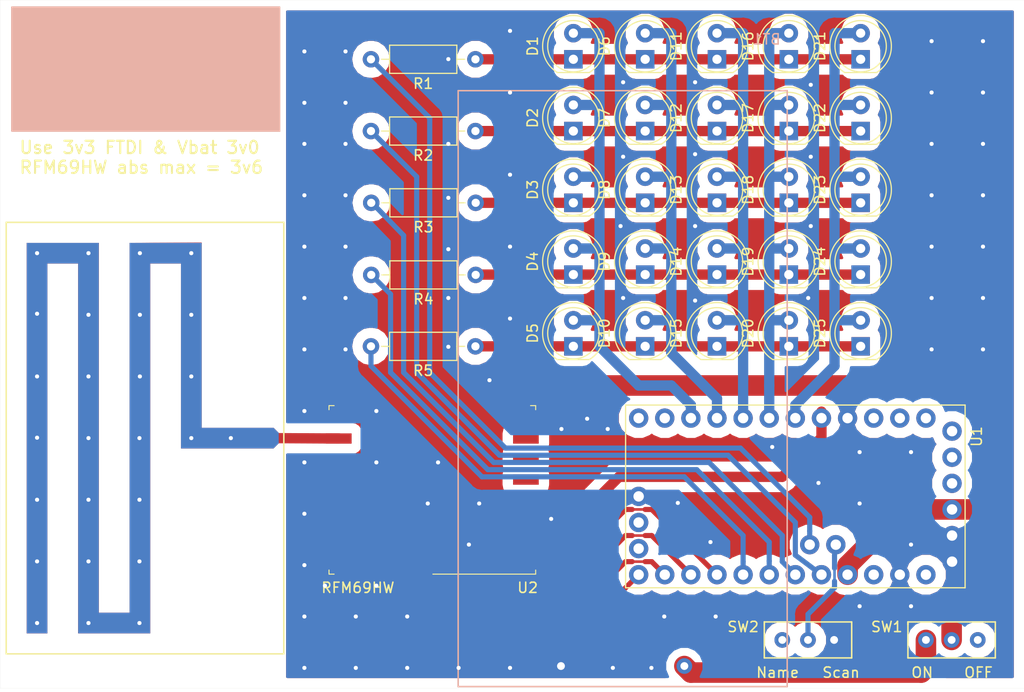
<source format=kicad_pcb>
(kicad_pcb (version 20171130) (host pcbnew "(5.0.2-5)-5")
  (layers (0 F.Cu signal) (31 B.Cu signal) (34 B.Paste user) (35 F.Paste user) (36 B.SilkS user) (37 F.SilkS user) (38 B.Mask user) (39 F.Mask user) (44 Edge.Cuts user))
  (net 0 "")
  (net 1 Col_1)
  (net 2 Row_1)
  (net 3 Row_2)
  (net 4 Row_3)
  (net 5 Row_4)
  (net 6 Col_2)
  (net 7 Col_3)
  (net 8 Col_4)
  (net 9 "Net-(D1-Pad1)")
  (net 10 "Net-(D12-Pad1)")
  (net 11 "Net-(D13-Pad1)")
  (net 12 "Net-(D14-Pad1)")
  (net 13 "Net-(D10-Pad1)")
  (net 14 Col_0)
  (net 15 Row_0)
  (net 16 INT_0)
  (net 17 MOSI)
  (net 18 MISO)
  (net 19 SCK)
  (net 20 NSS)
  (net 21 "Net-(AE1-Pad1)")
  (net 22 GND)
  (net 23 3v0)
  (net 24 Scan)
  (net 25 "Net-(BT1-Pad1)")
  (module bee-badge-libraries:ti-868-antenna-meander (layer F.Cu) (at 100 61.635 90)
    (fp_text reference AE1 hide)
    (fp_text value Antenna hide)
    (fp_poly (pts (xy 18.5 -9) (xy -17 -9) (xy -17 -6) (xy 19 -6) (xy 19.034 1) (xy 1 1) (xy 1 8) (xy 0.5 8.5) (xy -0.5 8.5) (xy -1 8) (xy -1 -1) (xy 17 -1) (xy 17 -4) (xy -19 -4) (xy -19 -11) (xy 17 -11) (xy 17 -14) (xy -19 -14) (xy -19 -16) (xy 19 -16) (xy 19 -9)) (layer F.Cu) (width 0.01))
    (fp_poly (pts (xy 18.5 -9) (xy -17 -9) (xy -17 -6) (xy 19 -6) (xy 19 1) (xy 1 1) (xy 1 8) (xy 0.5 8.5) (xy -0.5 8.5) (xy -1 8) (xy -1 -1) (xy 17 -1) (xy 17 -4) (xy -19 -4) (xy -19 -11) (xy 17 -11) (xy 17 -14) (xy -19 -14) (xy -19 -16) (xy 19 -16) (xy 19 -9)) (layer B.Cu) (width 0.01))
    (pad 1 smd circle (at 0 7 90) (size 1.524 1.524) (layers F.Cu F.Paste F.Mask) (net 21 "Net-(AE1-Pad1)"))
  )
  (module Resistor_THT:R_Axial_DIN0207_L6.3mm_D2.5mm_P10.16mm_Horizontal (layer F.Cu) (at 127.66 45.75 180)
    (fp_text reference R4 (at 5.08 -2.37 180) (layer F.SilkS))
    (fp_text value 100R)
    (pad 2 thru_hole oval (at 10.16 0 180) (size 1.6 1.6) (drill 0.8) (layers *.Cu *.Mask) (net 4 Row_3))
    (pad 1 thru_hole circle (at 0 0 180) (size 1.6 1.6) (drill 0.8) (layers *.Cu *.Mask) (net 12 "Net-(D14-Pad1)"))
  )
  (module RF_Module:HOPERF_RFM69HW (layer F.Cu) (at 123.444 66.675 180)
    (fp_text reference U2 (at -9.271 -9.525 180) (layer F.SilkS))
    (fp_text value RFM69HW (at 7.239 -9.525 180) (layer F.SilkS))
    (pad 1 smd rect (at -9.1 -7 180) (size 2.5 1) (layers F.Cu F.Paste F.Mask))
    (pad 2 smd rect (at -9.1 -5 180) (size 2.5 1) (layers F.Cu F.Paste F.Mask) (net 16 INT_0))
    (pad 3 smd rect (at -9.1 -3 180) (size 2.5 1) (layers F.Cu F.Paste F.Mask))
    (pad 4 smd rect (at -9.1 -1 180) (size 2.5 1) (layers F.Cu F.Paste F.Mask))
    (pad 5 smd rect (at -9.1 1 180) (size 2.5 1) (layers F.Cu F.Paste F.Mask))
    (pad 6 smd rect (at -9.1 3 180) (size 2.5 1) (layers F.Cu F.Paste F.Mask))
    (pad 7 smd rect (at -9.1 5 180) (size 2.5 1) (layers F.Cu F.Paste F.Mask))
    (pad 8 smd rect (at -9.1 7 180) (size 2.5 1) (layers F.Cu F.Paste F.Mask) (net 23 3v0))
    (pad 9 smd rect (at 9.1 7 180) (size 2.5 1) (layers F.Cu F.Paste F.Mask) (net 22 GND))
    (pad 10 smd rect (at 9.1 5 180) (size 2.5 1) (layers F.Cu F.Paste F.Mask) (net 21 "Net-(AE1-Pad1)"))
    (pad 11 smd rect (at 9.1 3 180) (size 2.5 1) (layers F.Cu F.Paste F.Mask) (net 22 GND))
    (pad 12 smd rect (at 9.1 1 180) (size 2.5 1) (layers F.Cu F.Paste F.Mask) (net 19 SCK))
    (pad 13 smd rect (at 9.1 -1 180) (size 2.5 1) (layers F.Cu F.Paste F.Mask) (net 18 MISO))
    (pad 14 smd rect (at 9.1 -3 180) (size 2.5 1) (layers F.Cu F.Paste F.Mask) (net 17 MOSI))
    (pad 15 smd rect (at 9.1 -5 180) (size 2.5 1) (layers F.Cu F.Paste F.Mask) (net 20 NSS))
    (pad 16 smd rect (at 9.1 -7 180) (size 2.5 1) (layers F.Cu F.Paste F.Mask))
  )
  (module LED_THT:LED_D5.0mm (layer F.Cu) (at 137.16 24.765 90)
    (fp_text reference D1 (at 1.27 -3.96 90) (layer F.SilkS))
    (fp_text value LED)
    (pad 2 thru_hole circle (at 2.54 0 90) (size 1.8 1.8) (drill 0.9) (layers *.Cu *.Mask) (net 8 Col_4))
    (pad 1 thru_hole rect (at 0 0 90) (size 1.8 1.8) (drill 0.9) (layers *.Cu *.Mask) (net 9 "Net-(D1-Pad1)"))
  )
  (module LED_THT:LED_D5.0mm (layer F.Cu) (at 137.16 31.75 90)
    (fp_text reference D2 (at 1.27 -3.96 90) (layer F.SilkS))
    (fp_text value LED)
    (pad 2 thru_hole circle (at 2.54 0 90) (size 1.8 1.8) (drill 0.9) (layers *.Cu *.Mask) (net 8 Col_4))
    (pad 1 thru_hole rect (at 0 0 90) (size 1.8 1.8) (drill 0.9) (layers *.Cu *.Mask) (net 10 "Net-(D12-Pad1)"))
  )
  (module LED_THT:LED_D5.0mm (layer F.Cu) (at 137.16 38.735 90)
    (fp_text reference D3 (at 1.27 -3.96 90) (layer F.SilkS))
    (fp_text value LED)
    (pad 2 thru_hole circle (at 2.54 0 90) (size 1.8 1.8) (drill 0.9) (layers *.Cu *.Mask) (net 8 Col_4))
    (pad 1 thru_hole rect (at 0 0 90) (size 1.8 1.8) (drill 0.9) (layers *.Cu *.Mask) (net 11 "Net-(D13-Pad1)"))
  )
  (module LED_THT:LED_D5.0mm (layer F.Cu) (at 137.16 45.72 90)
    (fp_text reference D4 (at 1.27 -3.96 90) (layer F.SilkS))
    (fp_text value LED)
    (pad 2 thru_hole circle (at 2.54 0 90) (size 1.8 1.8) (drill 0.9) (layers *.Cu *.Mask) (net 8 Col_4))
    (pad 1 thru_hole rect (at 0 0 90) (size 1.8 1.8) (drill 0.9) (layers *.Cu *.Mask) (net 12 "Net-(D14-Pad1)"))
  )
  (module LED_THT:LED_D5.0mm (layer F.Cu) (at 137.16 52.705 90)
    (fp_text reference D5 (at 1.27 -3.96 90) (layer F.SilkS))
    (fp_text value LED)
    (pad 2 thru_hole circle (at 2.54 0 90) (size 1.8 1.8) (drill 0.9) (layers *.Cu *.Mask) (net 8 Col_4))
    (pad 1 thru_hole rect (at 0 0 90) (size 1.8 1.8) (drill 0.9) (layers *.Cu *.Mask) (net 13 "Net-(D10-Pad1)"))
  )
  (module LED_THT:LED_D5.0mm (layer F.Cu) (at 144.145 24.765 90)
    (fp_text reference D6 (at 1.27 -3.96 90) (layer F.SilkS))
    (fp_text value LED)
    (pad 2 thru_hole circle (at 2.54 0 90) (size 1.8 1.8) (drill 0.9) (layers *.Cu *.Mask) (net 7 Col_3))
    (pad 1 thru_hole rect (at 0 0 90) (size 1.8 1.8) (drill 0.9) (layers *.Cu *.Mask) (net 9 "Net-(D1-Pad1)"))
  )
  (module LED_THT:LED_D5.0mm (layer F.Cu) (at 144.145 31.75 90)
    (fp_text reference D7 (at 1.27 -3.96 90) (layer F.SilkS))
    (fp_text value LED)
    (pad 2 thru_hole circle (at 2.54 0 90) (size 1.8 1.8) (drill 0.9) (layers *.Cu *.Mask) (net 7 Col_3))
    (pad 1 thru_hole rect (at 0 0 90) (size 1.8 1.8) (drill 0.9) (layers *.Cu *.Mask) (net 10 "Net-(D12-Pad1)"))
  )
  (module LED_THT:LED_D5.0mm (layer F.Cu) (at 144.145 38.735 90)
    (fp_text reference D8 (at 1.27 -3.96 90) (layer F.SilkS))
    (fp_text value LED)
    (pad 2 thru_hole circle (at 2.54 0 90) (size 1.8 1.8) (drill 0.9) (layers *.Cu *.Mask) (net 7 Col_3))
    (pad 1 thru_hole rect (at 0 0 90) (size 1.8 1.8) (drill 0.9) (layers *.Cu *.Mask) (net 11 "Net-(D13-Pad1)"))
  )
  (module LED_THT:LED_D5.0mm (layer F.Cu) (at 144.145 45.72 90)
    (fp_text reference D9 (at 1.27 -3.96 90) (layer F.SilkS))
    (fp_text value LED)
    (pad 2 thru_hole circle (at 2.54 0 90) (size 1.8 1.8) (drill 0.9) (layers *.Cu *.Mask) (net 7 Col_3))
    (pad 1 thru_hole rect (at 0 0 90) (size 1.8 1.8) (drill 0.9) (layers *.Cu *.Mask) (net 12 "Net-(D14-Pad1)"))
  )
  (module LED_THT:LED_D5.0mm (layer F.Cu) (at 144.145 52.705 90)
    (fp_text reference D10 (at 1.27 -3.96 90) (layer F.SilkS))
    (fp_text value LED)
    (pad 2 thru_hole circle (at 2.54 0 90) (size 1.8 1.8) (drill 0.9) (layers *.Cu *.Mask) (net 7 Col_3))
    (pad 1 thru_hole rect (at 0 0 90) (size 1.8 1.8) (drill 0.9) (layers *.Cu *.Mask) (net 13 "Net-(D10-Pad1)"))
  )
  (module LED_THT:LED_D5.0mm (layer F.Cu) (at 151.13 24.765 90)
    (fp_text reference D11 (at 1.27 -3.96 90) (layer F.SilkS))
    (fp_text value LED)
    (pad 2 thru_hole circle (at 2.54 0 90) (size 1.8 1.8) (drill 0.9) (layers *.Cu *.Mask) (net 6 Col_2))
    (pad 1 thru_hole rect (at 0 0 90) (size 1.8 1.8) (drill 0.9) (layers *.Cu *.Mask) (net 9 "Net-(D1-Pad1)"))
  )
  (module LED_THT:LED_D5.0mm (layer F.Cu) (at 151.13 31.75 90)
    (fp_text reference D12 (at 1.27 -3.96 90) (layer F.SilkS))
    (fp_text value LED)
    (pad 2 thru_hole circle (at 2.54 0 90) (size 1.8 1.8) (drill 0.9) (layers *.Cu *.Mask) (net 6 Col_2))
    (pad 1 thru_hole rect (at 0 0 90) (size 1.8 1.8) (drill 0.9) (layers *.Cu *.Mask) (net 10 "Net-(D12-Pad1)"))
  )
  (module LED_THT:LED_D5.0mm (layer F.Cu) (at 151.13 38.735 90)
    (fp_text reference D13 (at 1.27 -3.96 90) (layer F.SilkS))
    (fp_text value LED)
    (pad 2 thru_hole circle (at 2.54 0 90) (size 1.8 1.8) (drill 0.9) (layers *.Cu *.Mask) (net 6 Col_2))
    (pad 1 thru_hole rect (at 0 0 90) (size 1.8 1.8) (drill 0.9) (layers *.Cu *.Mask) (net 11 "Net-(D13-Pad1)"))
  )
  (module LED_THT:LED_D5.0mm (layer F.Cu) (at 151.13 45.72 90)
    (fp_text reference D14 (at 1.27 -3.96 90) (layer F.SilkS))
    (fp_text value LED)
    (pad 2 thru_hole circle (at 2.54 0 90) (size 1.8 1.8) (drill 0.9) (layers *.Cu *.Mask) (net 6 Col_2))
    (pad 1 thru_hole rect (at 0 0 90) (size 1.8 1.8) (drill 0.9) (layers *.Cu *.Mask) (net 12 "Net-(D14-Pad1)"))
  )
  (module LED_THT:LED_D5.0mm (layer F.Cu) (at 151.13 52.705 90)
    (fp_text reference D15 (at 1.27 -3.96 90) (layer F.SilkS))
    (fp_text value LED)
    (pad 2 thru_hole circle (at 2.54 0 90) (size 1.8 1.8) (drill 0.9) (layers *.Cu *.Mask) (net 6 Col_2))
    (pad 1 thru_hole rect (at 0 0 90) (size 1.8 1.8) (drill 0.9) (layers *.Cu *.Mask) (net 13 "Net-(D10-Pad1)"))
  )
  (module LED_THT:LED_D5.0mm (layer F.Cu) (at 158.115 24.765 90)
    (fp_text reference D16 (at 1.27 -3.96 90) (layer F.SilkS))
    (fp_text value LED)
    (pad 2 thru_hole circle (at 2.54 0 90) (size 1.8 1.8) (drill 0.9) (layers *.Cu *.Mask) (net 1 Col_1))
    (pad 1 thru_hole rect (at 0 0 90) (size 1.8 1.8) (drill 0.9) (layers *.Cu *.Mask) (net 9 "Net-(D1-Pad1)"))
  )
  (module LED_THT:LED_D5.0mm (layer F.Cu) (at 158.115 31.75 90)
    (fp_text reference D17 (at 1.27 -3.96 90) (layer F.SilkS))
    (fp_text value LED)
    (pad 2 thru_hole circle (at 2.54 0 90) (size 1.8 1.8) (drill 0.9) (layers *.Cu *.Mask) (net 1 Col_1))
    (pad 1 thru_hole rect (at 0 0 90) (size 1.8 1.8) (drill 0.9) (layers *.Cu *.Mask) (net 10 "Net-(D12-Pad1)"))
  )
  (module LED_THT:LED_D5.0mm (layer F.Cu) (at 158.115 38.735 90)
    (fp_text reference D18 (at 1.27 -3.96 90) (layer F.SilkS))
    (fp_text value LED)
    (pad 2 thru_hole circle (at 2.54 0 90) (size 1.8 1.8) (drill 0.9) (layers *.Cu *.Mask) (net 1 Col_1))
    (pad 1 thru_hole rect (at 0 0 90) (size 1.8 1.8) (drill 0.9) (layers *.Cu *.Mask) (net 11 "Net-(D13-Pad1)"))
  )
  (module LED_THT:LED_D5.0mm (layer F.Cu) (at 158.115 45.72 90)
    (fp_text reference D19 (at 1.27 -3.96 90) (layer F.SilkS))
    (fp_text value LED)
    (pad 2 thru_hole circle (at 2.54 0 90) (size 1.8 1.8) (drill 0.9) (layers *.Cu *.Mask) (net 1 Col_1))
    (pad 1 thru_hole rect (at 0 0 90) (size 1.8 1.8) (drill 0.9) (layers *.Cu *.Mask) (net 12 "Net-(D14-Pad1)"))
  )
  (module LED_THT:LED_D5.0mm (layer F.Cu) (at 158.115 52.705 90)
    (fp_text reference D20 (at 1.27 -3.96 90) (layer F.SilkS))
    (fp_text value LED)
    (pad 2 thru_hole circle (at 2.54 0 90) (size 1.8 1.8) (drill 0.9) (layers *.Cu *.Mask) (net 1 Col_1))
    (pad 1 thru_hole rect (at 0 0 90) (size 1.8 1.8) (drill 0.9) (layers *.Cu *.Mask) (net 13 "Net-(D10-Pad1)"))
  )
  (module LED_THT:LED_D5.0mm (layer F.Cu) (at 165.1 24.765 90)
    (fp_text reference D21 (at 1.27 -3.96 90) (layer F.SilkS))
    (fp_text value LED)
    (pad 2 thru_hole circle (at 2.54 0 90) (size 1.8 1.8) (drill 0.9) (layers *.Cu *.Mask) (net 14 Col_0))
    (pad 1 thru_hole rect (at 0 0 90) (size 1.8 1.8) (drill 0.9) (layers *.Cu *.Mask) (net 9 "Net-(D1-Pad1)"))
  )
  (module LED_THT:LED_D5.0mm (layer F.Cu) (at 165.1 31.75 90)
    (fp_text reference D22 (at 1.27 -3.96 90) (layer F.SilkS))
    (fp_text value LED)
    (pad 2 thru_hole circle (at 2.54 0 90) (size 1.8 1.8) (drill 0.9) (layers *.Cu *.Mask) (net 14 Col_0))
    (pad 1 thru_hole rect (at 0 0 90) (size 1.8 1.8) (drill 0.9) (layers *.Cu *.Mask) (net 10 "Net-(D12-Pad1)"))
  )
  (module LED_THT:LED_D5.0mm (layer F.Cu) (at 165.1 38.735 90)
    (fp_text reference D23 (at 1.27 -3.96 90) (layer F.SilkS))
    (fp_text value LED)
    (pad 2 thru_hole circle (at 2.54 0 90) (size 1.8 1.8) (drill 0.9) (layers *.Cu *.Mask) (net 14 Col_0))
    (pad 1 thru_hole rect (at 0 0 90) (size 1.8 1.8) (drill 0.9) (layers *.Cu *.Mask) (net 11 "Net-(D13-Pad1)"))
  )
  (module LED_THT:LED_D5.0mm (layer F.Cu) (at 165.1 45.72 90)
    (fp_text reference D24 (at 1.27 -3.96 90) (layer F.SilkS))
    (fp_text value LED)
    (pad 2 thru_hole circle (at 2.54 0 90) (size 1.8 1.8) (drill 0.9) (layers *.Cu *.Mask) (net 14 Col_0))
    (pad 1 thru_hole rect (at 0 0 90) (size 1.8 1.8) (drill 0.9) (layers *.Cu *.Mask) (net 12 "Net-(D14-Pad1)"))
  )
  (module LED_THT:LED_D5.0mm (layer F.Cu) (at 165.1 52.705 90)
    (fp_text reference D25 (at 1.27 -3.96 90) (layer F.SilkS))
    (fp_text value LED)
    (pad 2 thru_hole circle (at 2.54 0 90) (size 1.8 1.8) (drill 0.9) (layers *.Cu *.Mask) (net 14 Col_0))
    (pad 1 thru_hole rect (at 0 0 90) (size 1.8 1.8) (drill 0.9) (layers *.Cu *.Mask) (net 13 "Net-(D10-Pad1)"))
  )
  (module Resistor_THT:R_Axial_DIN0207_L6.3mm_D2.5mm_P10.16mm_Horizontal (layer F.Cu) (at 127.635 24.765 180)
    (fp_text reference R1 (at 5.08 -2.37 180) (layer F.SilkS))
    (fp_text value 100R)
    (pad 2 thru_hole oval (at 10.16 0 180) (size 1.6 1.6) (drill 0.8) (layers *.Cu *.Mask) (net 15 Row_0))
    (pad 1 thru_hole circle (at 0 0 180) (size 1.6 1.6) (drill 0.8) (layers *.Cu *.Mask) (net 9 "Net-(D1-Pad1)"))
  )
  (module Resistor_THT:R_Axial_DIN0207_L6.3mm_D2.5mm_P10.16mm_Horizontal (layer F.Cu) (at 127.635 31.75 180)
    (fp_text reference R2 (at 5.08 -2.37 180) (layer F.SilkS))
    (fp_text value 100R)
    (pad 2 thru_hole oval (at 10.16 0 180) (size 1.6 1.6) (drill 0.8) (layers *.Cu *.Mask) (net 2 Row_1))
    (pad 1 thru_hole circle (at 0 0 180) (size 1.6 1.6) (drill 0.8) (layers *.Cu *.Mask) (net 10 "Net-(D12-Pad1)"))
  )
  (module Resistor_THT:R_Axial_DIN0207_L6.3mm_D2.5mm_P10.16mm_Horizontal (layer F.Cu) (at 127.66 38.735 180)
    (fp_text reference R3 (at 5.08 -2.37 180) (layer F.SilkS))
    (fp_text value 100R)
    (pad 2 thru_hole oval (at 10.16 0 180) (size 1.6 1.6) (drill 0.8) (layers *.Cu *.Mask) (net 3 Row_2))
    (pad 1 thru_hole circle (at 0 0 180) (size 1.6 1.6) (drill 0.8) (layers *.Cu *.Mask) (net 11 "Net-(D13-Pad1)"))
  )
  (module Resistor_THT:R_Axial_DIN0207_L6.3mm_D2.5mm_P10.16mm_Horizontal (layer F.Cu) (at 127.635 52.705 180)
    (fp_text reference R5 (at 5.08 -2.37 180) (layer F.SilkS))
    (fp_text value 100R)
    (pad 2 thru_hole oval (at 10.16 0 180) (size 1.6 1.6) (drill 0.8) (layers *.Cu *.Mask) (net 5 Row_4))
    (pad 1 thru_hole circle (at 0 0 180) (size 1.6 1.6) (drill 0.8) (layers *.Cu *.Mask) (net 13 "Net-(D10-Pad1)"))
  )
  (module bee-badge-libraries:SS12D00G4_spdt (layer F.Cu) (at 173.95 81.28)
    (fp_text reference SW1 (at -6.31 -1.27) (layer F.SilkS))
    (fp_text value "ON    OFF" (at 0.04 3.175) (layer F.SilkS))
    (pad 3 thru_hole circle (at 2.54 0) (size 1.524 1.524) (drill 0.762) (layers *.Cu *.Mask))
    (pad 2 thru_hole circle (at 0 0) (size 1.524 1.524) (drill 0.762) (layers *.Cu *.Mask) (net 23 3v0))
    (pad 1 thru_hole circle (at -2.5 0) (size 1.524 1.524) (drill 0.762) (layers *.Cu *.Mask) (net 25 "Net-(BT1-Pad1)"))
  )
  (module bee-badge-libraries:SS12D00G4_spdt (layer F.Cu) (at 159.98 81.28)
    (fp_text reference SW2 (at -6.31 -1.27) (layer F.SilkS))
    (fp_text value "Name   Scan" (at 0 3.175) (layer F.SilkS))
    (pad 3 thru_hole circle (at 2.54 0) (size 1.524 1.524) (drill 0.762) (layers *.Cu *.Mask) (net 22 GND))
    (pad 2 thru_hole circle (at 0 0) (size 1.524 1.524) (drill 0.762) (layers *.Cu *.Mask) (net 24 Scan))
    (pad 1 thru_hole circle (at -2.5 0) (size 1.524 1.524) (drill 0.762) (layers *.Cu *.Mask))
  )
  (module bee-badge-libraries:2xAA_Battery_Holder_PCB_Mount (layer B.Cu) (at 141.955 85.82 180)
    (fp_text reference BT1 (at -14 63 180) (layer B.SilkS) (effects (justify mirror)))
    (fp_text value "2xAA, 3v0")
    (pad 2 thru_hole circle (at 6 2 180) (size 1.524 1.524) (drill 0.762) (layers *.Cu *.Mask) (net 22 GND))
    (pad 1 thru_hole circle (at -6 2 180) (size 1.524 1.524) (drill 0.762) (layers *.Cu *.Mask) (net 25 "Net-(BT1-Pad1)"))
  )
  (module bee-badge-libraries:MODULE_ARDUINO_PRO_MINI_CHINA (layer F.Cu) (at 158.75 67.31 270)
    (fp_text reference U1 (at -5.825 -17.635 270) (layer F.SilkS))
    (fp_text value ARDUINO_PRO_MINI)
    (pad JP7_12 thru_hole circle (at -7.62 -12.7 270) (size 1.8796 1.8796) (drill 1.016) (layers *.Cu *.Mask))
    (pad JP7_11 thru_hole circle (at -7.62 -10.16 270) (size 1.8796 1.8796) (drill 1.016) (layers *.Cu *.Mask))
    (pad JP7_10 thru_hole circle (at -7.62 -7.62 270) (size 1.8796 1.8796) (drill 1.016) (layers *.Cu *.Mask))
    (pad JP7_9 thru_hole circle (at -7.62 -5.08 270) (size 1.8796 1.8796) (drill 1.016) (layers *.Cu *.Mask) (net 22 GND))
    (pad JP7_8 thru_hole circle (at -7.62 -2.54 270) (size 1.8796 1.8796) (drill 1.016) (layers *.Cu *.Mask) (net 16 INT_0))
    (pad JP7_7 thru_hole circle (at -7.62 0 270) (size 1.8796 1.8796) (drill 1.016) (layers *.Cu *.Mask) (net 14 Col_0))
    (pad JP7_6 thru_hole circle (at -7.62 2.54 270) (size 1.8796 1.8796) (drill 1.016) (layers *.Cu *.Mask) (net 1 Col_1))
    (pad JP7_5 thru_hole circle (at -7.62 5.08 270) (size 1.8796 1.8796) (drill 1.016) (layers *.Cu *.Mask) (net 6 Col_2))
    (pad JP7_4 thru_hole circle (at -7.62 7.62 270) (size 1.8796 1.8796) (drill 1.016) (layers *.Cu *.Mask) (net 7 Col_3))
    (pad JP7_3 thru_hole circle (at -7.62 10.16 270) (size 1.8796 1.8796) (drill 1.016) (layers *.Cu *.Mask) (net 8 Col_4))
    (pad JP7_2 thru_hole circle (at -7.62 12.7 270) (size 1.8796 1.8796) (drill 1.016) (layers *.Cu *.Mask))
    (pad JP7_1 thru_hole circle (at -7.62 15.24 270) (size 1.8796 1.8796) (drill 1.016) (layers *.Cu *.Mask))
    (pad JP6_12 thru_hole circle (at 7.62 15.24 270) (size 1.8796 1.8796) (drill 1.016) (layers *.Cu *.Mask) (net 20 NSS))
    (pad JP6_11 thru_hole circle (at 7.62 12.7 270) (size 1.8796 1.8796) (drill 1.016) (layers *.Cu *.Mask) (net 17 MOSI))
    (pad JP6_10 thru_hole circle (at 7.62 10.16 270) (size 1.8796 1.8796) (drill 1.016) (layers *.Cu *.Mask) (net 18 MISO))
    (pad JP6_9 thru_hole circle (at 7.62 7.62 270) (size 1.8796 1.8796) (drill 1.016) (layers *.Cu *.Mask) (net 19 SCK))
    (pad JP6_8 thru_hole circle (at 7.62 5.08 270) (size 1.8796 1.8796) (drill 1.016) (layers *.Cu *.Mask) (net 5 Row_4))
    (pad JP6_7 thru_hole circle (at 7.62 2.54 270) (size 1.8796 1.8796) (drill 1.016) (layers *.Cu *.Mask) (net 4 Row_3))
    (pad JP6_6 thru_hole circle (at 7.62 0 270) (size 1.8796 1.8796) (drill 1.016) (layers *.Cu *.Mask) (net 3 Row_2))
    (pad JP6_5 thru_hole circle (at 7.62 -2.54 270) (size 1.8796 1.8796) (drill 1.016) (layers *.Cu *.Mask) (net 2 Row_1))
    (pad JP6_4 thru_hole circle (at 7.62 -5.08 270) (size 1.8796 1.8796) (drill 1.016) (layers *.Cu *.Mask) (net 23 3v0))
    (pad JP6_3 thru_hole circle (at 7.62 -7.62 270) (size 1.8796 1.8796) (drill 1.016) (layers *.Cu *.Mask))
    (pad JP6_2 thru_hole circle (at 7.62 -10.16 270) (size 1.8796 1.8796) (drill 1.016) (layers *.Cu *.Mask) (net 22 GND))
    (pad JP6_1 thru_hole circle (at 7.62 -12.7 270) (size 1.8796 1.8796) (drill 1.016) (layers *.Cu *.Mask))
    (pad JP3_1 thru_hole circle (at 2.54 15.24 270) (size 1.8796 1.8796) (drill 1.016) (layers *.Cu *.Mask))
    (pad JP3_2 thru_hole circle (at 5.08 15.24 270) (size 1.8796 1.8796) (drill 1.016) (layers *.Cu *.Mask))
    (pad JP2_2 thru_hole circle (at 4.699 -3.937 270) (size 1.8796 1.8796) (drill 1.016) (layers *.Cu *.Mask) (net 24 Scan))
    (pad JP2_1 thru_hole circle (at 4.699 -1.397 270) (size 1.8796 1.8796) (drill 1.016) (layers *.Cu *.Mask) (net 15 Row_0))
    (pad JP1_6 thru_hole circle (at 6.35 -15.24 270) (size 1.8796 1.8796) (drill 1.016) (layers *.Cu *.Mask) (net 22 GND))
    (pad JP1_5 thru_hole circle (at 3.81 -15.24 270) (size 1.8796 1.8796) (drill 1.016) (layers *.Cu *.Mask) (net 22 GND))
    (pad JP1_4 thru_hole circle (at 1.27 -15.24 270) (size 1.8796 1.8796) (drill 1.016) (layers *.Cu *.Mask) (net 23 3v0))
    (pad JP1_3 thru_hole circle (at -1.27 -15.24 270) (size 1.8796 1.8796) (drill 1.016) (layers *.Cu *.Mask))
    (pad JP1_2 thru_hole circle (at -3.81 -15.24 270) (size 1.8796 1.8796) (drill 1.016) (layers *.Cu *.Mask))
    (pad JP1_1 thru_hole circle (at -6.35 -15.24 270) (size 1.8796 1.8796) (drill 1.016) (layers *.Cu *.Mask))
    (pad JP1_6 thru_hole circle (at 0 15.24 270) (size 1.8796 1.8796) (drill 1.016) (layers *.Cu *.Mask) (net 22 GND))
  )
  (gr_text "For programming:\n\nUse 3v3 FTDI & Vbat 3v0\nRFM69HW abs max = 3v6" (at 83.185 32.385) (layer F.SilkS) (effects (font (size 1.2 1.2) (thickness 0.2)) (justify left)))
  (gr_poly (pts (xy 82.55 19.685) (xy 108.585 19.685) (xy 108.585 31.75) (xy 82.55 31.75)) (layer B.SilkS) (width 0.15))
  (gr_text "Bee-Finder Mrk1\nThe Evil Plan Continues…" (at 83.185 22.86) (layer F.SilkS) (effects (font (size 1.2 1.2) (thickness 0.2)) (justify left)))
  (gr_line (start 81.4 86) (end 81.4 19) (layer Edge.Cuts) (width 0.01))
  (gr_line (start 181 86) (end 81.4 86) (layer Edge.Cuts) (width 0.01))
  (gr_line (start 181 19) (end 181 86) (layer Edge.Cuts) (width 0.01))
  (gr_line (start 81.4 19) (end 181 19) (layer Edge.Cuts) (width 0.01))
  (via (at 103.847643 61.635) (size 0.8) (drill 0.4) (layers F.Cu B.Cu) (net 0))
  (via (at 100 61.635) (size 0.8) (drill 0.4) (layers F.Cu B.Cu) (net 0))
  (via (at 100 55.635) (size 0.8) (drill 0.4) (layers F.Cu B.Cu) (net 0))
  (via (at 94.957643 79.635) (size 0.8) (drill 0.4) (layers F.Cu B.Cu) (net 0))
  (via (at 94.957643 73.635) (size 0.8) (drill 0.4) (layers F.Cu B.Cu) (net 0))
  (via (at 94.957643 67.635) (size 0.8) (drill 0.4) (layers F.Cu B.Cu) (net 0))
  (via (at 94.957643 61.635) (size 0.8) (drill 0.4) (layers F.Cu B.Cu) (net 0))
  (via (at 95 55.635) (size 0.8) (drill 0.4) (layers F.Cu B.Cu) (net 0))
  (via (at 100 43.635) (size 0.8) (drill 0.4) (layers F.Cu B.Cu) (net 0))
  (via (at 90 43.635) (size 0.8) (drill 0.4) (layers F.Cu B.Cu) (net 0))
  (via (at 85 43.635) (size 0.8) (drill 0.4) (layers F.Cu B.Cu) (net 0))
  (via (at 85 49.53) (size 0.8) (drill 0.4) (layers F.Cu B.Cu) (net 0))
  (via (at 90 49.635) (size 0.8) (drill 0.4) (layers F.Cu B.Cu) (net 0))
  (via (at 90 55.635) (size 0.8) (drill 0.4) (layers F.Cu B.Cu) (net 0))
  (via (at 85 55.635) (size 0.8) (drill 0.4) (layers F.Cu B.Cu) (net 0))
  (via (at 85 61.595) (size 0.8) (drill 0.4) (layers F.Cu B.Cu) (net 0))
  (via (at 90 61.635) (size 0.8) (drill 0.4) (layers F.Cu B.Cu) (net 0))
  (via (at 90 67.635) (size 0.8) (drill 0.4) (layers F.Cu B.Cu) (net 0))
  (via (at 85 67.635) (size 0.8) (drill 0.4) (layers F.Cu B.Cu) (net 0))
  (via (at 90 73.635) (size 0.8) (drill 0.4) (layers F.Cu B.Cu) (net 0))
  (via (at 85 73.635) (size 0.8) (drill 0.4) (layers F.Cu B.Cu) (net 0))
  (via (at 85 79.635) (size 0.8) (drill 0.4) (layers F.Cu B.Cu) (net 0))
  (via (at 90 79.635) (size 0.8) (drill 0.4) (layers F.Cu B.Cu) (net 0))
  (via (at 100 49.635) (size 0.8) (drill 0.4) (layers F.Cu B.Cu) (net 0))
  (via (at 95 43.635) (size 0.8) (drill 0.4) (layers F.Cu B.Cu) (net 0))
  (via (at 95 49.635) (size 0.8) (drill 0.4) (layers F.Cu B.Cu) (net 0))
  (segment (start 156.21 56.515) (end 156.21 59.69) (width 1) (layer B.Cu) (net 1))
  (segment (start 156.21 22.225) (end 156.21 56.515) (width 1) (layer B.Cu) (net 1))
  (segment (start 156.21 50.165) (end 158.115 50.165) (width 1) (layer B.Cu) (net 1))
  (segment (start 156.21 43.18) (end 158.115 43.18) (width 1) (layer B.Cu) (net 1))
  (segment (start 158.115 36.195) (end 156.21 36.195) (width 1) (layer B.Cu) (net 1))
  (segment (start 158.115 29.21) (end 156.21 29.21) (width 1) (layer B.Cu) (net 1))
  (segment (start 158.115 22.225) (end 156.21 22.225) (width 1) (layer B.Cu) (net 1))
  (segment (start 121.92 55.245) (end 129.979967 63.304967) (width 0.5) (layer B.Cu) (net 2))
  (segment (start 152.204967 63.304967) (end 158.75 69.85) (width 0.5) (layer B.Cu) (net 2))
  (segment (start 158.75 73.025) (end 161.29 74.93) (width 0.5) (layer B.Cu) (net 2))
  (segment (start 117.475 31.75) (end 121.92 36.195) (width 0.5) (layer B.Cu) (net 2))
  (segment (start 121.92 36.195) (end 121.92 55.245) (width 0.5) (layer B.Cu) (net 2))
  (segment (start 129.979967 63.304967) (end 152.204967 63.304967) (width 0.5) (layer B.Cu) (net 2))
  (segment (start 158.75 69.85) (end 158.75 73.025) (width 0.5) (layer B.Cu) (net 2))
  (segment (start 150.364978 64.004978) (end 157.48 71.12) (width 0.5) (layer B.Cu) (net 3))
  (segment (start 129.409978 64.004978) (end 150.364978 64.004978) (width 0.5) (layer B.Cu) (net 3))
  (segment (start 120.65 55.245) (end 129.409978 64.004978) (width 0.5) (layer B.Cu) (net 3))
  (segment (start 120.65 41.91) (end 120.65 55.245) (width 0.5) (layer B.Cu) (net 3))
  (segment (start 117.59 38.75) (end 120.65 41.91) (width 0.5) (layer B.Cu) (net 3))
  (segment (start 157.48 71.12) (end 157.48 73.66) (width 0.5) (layer B.Cu) (net 3))
  (segment (start 157.48 73.66) (end 157.810201 73.990201) (width 0.5) (layer B.Cu) (net 3))
  (segment (start 157.810201 73.990201) (end 158.75 74.93) (width 0.5) (layer B.Cu) (net 3))
  (segment (start 156.21 71.755) (end 156.21 73.600923) (width 0.5) (layer B.Cu) (net 4))
  (segment (start 117.475 45.72) (end 119.38 47.625) (width 0.5) (layer B.Cu) (net 4))
  (segment (start 119.38 47.625) (end 119.38 55.245) (width 0.5) (layer B.Cu) (net 4))
  (segment (start 128.839989 64.704989) (end 149.159989 64.704989) (width 0.5) (layer B.Cu) (net 4))
  (segment (start 149.159989 64.704989) (end 156.21 71.755) (width 0.5) (layer B.Cu) (net 4))
  (segment (start 119.38 55.245) (end 128.839989 64.704989) (width 0.5) (layer B.Cu) (net 4))
  (segment (start 156.21 73.600923) (end 156.21 74.93) (width 0.5) (layer B.Cu) (net 4))
  (segment (start 153.67 73.66) (end 153.67 74.93) (width 0.5) (layer B.Cu) (net 5))
  (segment (start 117.475 54.61) (end 128.27 65.405) (width 0.5) (layer B.Cu) (net 5))
  (segment (start 153.67 71.12) (end 153.67 73.66) (width 0.5) (layer B.Cu) (net 5))
  (segment (start 128.27 65.405) (end 147.955 65.405) (width 0.5) (layer B.Cu) (net 5))
  (segment (start 147.955 65.405) (end 153.67 71.12) (width 0.5) (layer B.Cu) (net 5))
  (segment (start 117.475 52.705) (end 117.475 54.61) (width 0.5) (layer B.Cu) (net 5))
  (segment (start 151.13 29.21) (end 153.67 29.21) (width 1) (layer B.Cu) (net 6))
  (segment (start 153.67 36.195) (end 151.13 36.195) (width 1) (layer B.Cu) (net 6))
  (segment (start 151.13 43.18) (end 153.67 43.18) (width 1) (layer B.Cu) (net 6))
  (segment (start 151.13 50.165) (end 153.67 50.165) (width 1) (layer B.Cu) (net 6))
  (segment (start 153.67 22.225) (end 153.67 50.165) (width 1) (layer B.Cu) (net 6))
  (segment (start 151.13 22.225) (end 153.67 22.225) (width 1) (layer B.Cu) (net 6))
  (segment (start 153.67 55.88) (end 153.67 59.69) (width 1) (layer B.Cu) (net 6))
  (segment (start 153.67 50.165) (end 153.67 55.88) (width 1) (layer B.Cu) (net 6))
  (segment (start 144.145 43.18) (end 146.685 43.18) (width 1) (layer B.Cu) (net 7))
  (segment (start 144.145 36.195) (end 146.685 36.195) (width 1) (layer B.Cu) (net 7))
  (segment (start 146.685 29.21) (end 144.145 29.21) (width 1) (layer B.Cu) (net 7))
  (segment (start 146.685 50.165) (end 144.78 50.165) (width 1) (layer B.Cu) (net 7))
  (segment (start 151.13 57.785) (end 151.13 59.69) (width 1) (layer B.Cu) (net 7))
  (segment (start 149.86 56.515) (end 151.13 57.785) (width 1) (layer B.Cu) (net 7))
  (segment (start 146.685 53.34) (end 149.86 56.515) (width 1) (layer B.Cu) (net 7))
  (segment (start 146.685 22.225) (end 146.685 53.34) (width 1) (layer B.Cu) (net 7))
  (segment (start 144.145 22.225) (end 146.685 22.225) (width 1) (layer B.Cu) (net 7))
  (segment (start 137.16 50.165) (end 139.7 50.165) (width 1) (layer B.Cu) (net 8))
  (segment (start 137.16 43.18) (end 139.7 43.18) (width 1) (layer B.Cu) (net 8))
  (segment (start 137.16 29.21) (end 139.7 29.21) (width 1) (layer B.Cu) (net 8))
  (segment (start 139.7 36.195) (end 137.16 36.195) (width 1) (layer B.Cu) (net 8))
  (segment (start 148.59 58.42) (end 148.59 59.69) (width 1) (layer B.Cu) (net 8))
  (segment (start 146.685 56.515) (end 148.59 58.42) (width 1) (layer B.Cu) (net 8))
  (segment (start 143.51 56.515) (end 146.685 56.515) (width 1) (layer B.Cu) (net 8))
  (segment (start 139.7 52.705) (end 143.51 56.515) (width 1) (layer B.Cu) (net 8))
  (segment (start 139.7 22.225) (end 139.7 52.705) (width 1) (layer B.Cu) (net 8))
  (segment (start 137.16 22.225) (end 139.7 22.225) (width 1) (layer B.Cu) (net 8))
  (segment (start 127.635 24.765) (end 165.1 24.765) (width 1) (layer F.Cu) (net 9))
  (segment (start 127.635 31.75) (end 165.1 31.75) (width 1) (layer F.Cu) (net 10))
  (segment (start 127.66 38.735) (end 165.1 38.735) (width 1) (layer F.Cu) (net 11))
  (segment (start 165.1 45.72) (end 128.27 45.72) (width 1) (layer F.Cu) (net 12))
  (segment (start 127.635 52.705) (end 165.1 52.705) (width 1) (layer F.Cu) (net 13))
  (segment (start 162.56 29.21) (end 165.1 29.21) (width 1) (layer B.Cu) (net 14))
  (segment (start 162.56 36.195) (end 165.1 36.195) (width 1) (layer B.Cu) (net 14))
  (segment (start 162.56 43.18) (end 165.1 43.18) (width 1) (layer B.Cu) (net 14))
  (segment (start 165.1 50.165) (end 162.56 50.165) (width 1) (layer B.Cu) (net 14))
  (segment (start 162.56 22.225) (end 165.1 22.225) (width 1) (layer B.Cu) (net 14))
  (segment (start 162.56 54.61) (end 162.56 22.225) (width 1) (layer B.Cu) (net 14))
  (segment (start 158.75 58.42) (end 162.56 54.61) (width 1) (layer B.Cu) (net 14))
  (segment (start 158.75 59.69) (end 158.75 58.42) (width 1) (layer B.Cu) (net 14))
  (segment (start 123.19 55.245) (end 130.549956 62.604956) (width 0.5) (layer B.Cu) (net 15))
  (segment (start 123.19 30.48) (end 123.19 55.245) (width 0.5) (layer B.Cu) (net 15))
  (segment (start 117.475 24.765) (end 123.19 30.48) (width 0.5) (layer B.Cu) (net 15))
  (segment (start 160.147 70.679923) (end 160.147 72.009) (width 0.5) (layer B.Cu) (net 15))
  (segment (start 130.549956 62.604956) (end 153.409956 62.604956) (width 0.5) (layer B.Cu) (net 15))
  (segment (start 160.147 69.342) (end 160.147 70.679923) (width 0.5) (layer B.Cu) (net 15))
  (segment (start 153.409956 62.604956) (end 160.147 69.342) (width 0.5) (layer B.Cu) (net 15))
  (segment (start 161.29 61.595) (end 161.29 60.384077) (width 1) (layer F.Cu) (net 16))
  (segment (start 157.48 65.405) (end 161.29 61.595) (width 1) (layer F.Cu) (net 16))
  (segment (start 161.29 60.384077) (end 161.29 59.055) (width 1) (layer F.Cu) (net 16))
  (segment (start 135.335 71.675) (end 141.605 65.405) (width 1) (layer F.Cu) (net 16))
  (segment (start 141.605 65.405) (end 157.48 65.405) (width 1) (layer F.Cu) (net 16))
  (segment (start 132.544 71.675) (end 135.335 71.675) (width 1) (layer F.Cu) (net 16))
  (segment (start 146.05 74.93) (end 144.78 73.66) (width 0.5) (layer F.Cu) (net 17))
  (segment (start 117.3 69.675) (end 114.344 69.675) (width 0.5) (layer F.Cu) (net 17))
  (segment (start 126.365 78.74) (end 117.3 69.675) (width 0.5) (layer F.Cu) (net 17))
  (segment (start 137.16 78.74) (end 126.365 78.74) (width 0.5) (layer F.Cu) (net 17))
  (segment (start 142.24 73.66) (end 137.16 78.74) (width 0.5) (layer F.Cu) (net 17))
  (segment (start 144.145 73.66) (end 142.875 73.66) (width 0.25) (layer F.Cu) (net 17))
  (segment (start 142.24 73.66) (end 142.875 73.66) (width 0.5) (layer F.Cu) (net 17))
  (segment (start 144.145 73.66) (end 144.78 73.66) (width 0.5) (layer F.Cu) (net 17))
  (segment (start 116.094 67.675) (end 114.344 67.675) (width 0.5) (layer F.Cu) (net 18))
  (segment (start 117.205 67.675) (end 114.344 67.675) (width 0.5) (layer F.Cu) (net 18))
  (segment (start 127 77.47) (end 117.205 67.675) (width 0.5) (layer F.Cu) (net 18))
  (segment (start 135.89 77.47) (end 127 77.47) (width 0.5) (layer F.Cu) (net 18))
  (segment (start 141.605 71.755) (end 135.89 77.47) (width 0.5) (layer F.Cu) (net 18))
  (segment (start 142.24 71.12) (end 141.605 71.755) (width 0.5) (layer F.Cu) (net 18))
  (segment (start 144.145 71.12) (end 142.875 71.12) (width 0.25) (layer F.Cu) (net 18))
  (segment (start 142.24 71.12) (end 142.875 71.12) (width 0.5) (layer F.Cu) (net 18))
  (segment (start 144.78 71.12) (end 144.145 71.12) (width 0.5) (layer F.Cu) (net 18))
  (segment (start 148.59 74.93) (end 144.78 71.12) (width 0.5) (layer F.Cu) (net 18))
  (segment (start 117.11 65.675) (end 114.344 65.675) (width 0.5) (layer F.Cu) (net 19))
  (segment (start 140.335 70.485) (end 134.62 76.2) (width 0.5) (layer F.Cu) (net 19))
  (segment (start 127.635 76.2) (end 117.11 65.675) (width 0.5) (layer F.Cu) (net 19))
  (segment (start 134.62 76.2) (end 127.635 76.2) (width 0.5) (layer F.Cu) (net 19))
  (segment (start 149.225 73.025) (end 146.685 70.485) (width 0.5) (layer F.Cu) (net 19))
  (segment (start 151.13 74.93) (end 149.225 73.025) (width 0.5) (layer F.Cu) (net 19))
  (segment (start 146.685 70.485) (end 144.78 68.58) (width 0.5) (layer F.Cu) (net 19))
  (segment (start 142.24 68.58) (end 140.335 70.485) (width 0.5) (layer F.Cu) (net 19))
  (segment (start 144.78 68.58) (end 144.145 68.58) (width 0.5) (layer F.Cu) (net 19))
  (segment (start 142.875 68.58) (end 142.24 68.58) (width 0.5) (layer F.Cu) (net 19))
  (segment (start 142.875 68.58) (end 144.145 68.58) (width 0.25) (layer F.Cu) (net 19))
  (segment (start 117.395 71.675) (end 114.344 71.675) (width 0.5) (layer F.Cu) (net 20))
  (segment (start 125.73 80.01) (end 117.395 71.675) (width 0.5) (layer F.Cu) (net 20))
  (segment (start 138.43 80.01) (end 125.73 80.01) (width 0.5) (layer F.Cu) (net 20))
  (segment (start 143.51 74.93) (end 138.43 80.01) (width 0.5) (layer F.Cu) (net 20))
  (segment (start 107.33 61.635) (end 107.75 61.635) (width 1) (layer F.Cu) (net 21))
  (segment (start 114.344 61.675) (end 107.33 61.635) (width 1) (layer F.Cu) (net 21))
  (via (at 111 64) (size 0.8) (drill 0.4) (layers F.Cu B.Cu) (net 22))
  (via (at 111 69) (size 0.8) (drill 0.4) (layers F.Cu B.Cu) (net 22))
  (via (at 111 74) (size 0.8) (drill 0.4) (layers F.Cu B.Cu) (net 22))
  (via (at 111 79) (size 0.8) (drill 0.4) (layers F.Cu B.Cu) (net 22))
  (via (at 111 84) (size 0.8) (drill 0.4) (layers F.Cu B.Cu) (net 22))
  (via (at 116 84) (size 0.8) (drill 0.4) (layers F.Cu B.Cu) (net 22))
  (via (at 116 79) (size 0.8) (drill 0.4) (layers F.Cu B.Cu) (net 22))
  (via (at 131 84) (size 0.8) (drill 0.4) (layers F.Cu B.Cu) (net 22))
  (via (at 121 84) (size 0.8) (drill 0.4) (layers F.Cu B.Cu) (net 22))
  (via (at 121 79) (size 0.8) (drill 0.4) (layers F.Cu B.Cu) (net 22))
  (via (at 126 84) (size 0.8) (drill 0.4) (layers F.Cu B.Cu) (net 22))
  (via (at 141 84) (size 0.8) (drill 0.4) (layers F.Cu B.Cu) (net 22))
  (via (at 144.75 84) (size 0.8) (drill 0.4) (layers F.Cu B.Cu) (net 22))
  (via (at 146 79) (size 0.8) (drill 0.4) (layers F.Cu B.Cu) (net 22))
  (via (at 151 79) (size 0.8) (drill 0.4) (layers F.Cu B.Cu) (net 22))
  (via (at 111 59) (size 0.8) (drill 0.4) (layers F.Cu B.Cu) (net 22))
  (via (at 111 53) (size 0.8) (drill 0.4) (layers F.Cu B.Cu) (net 22))
  (via (at 124 64) (size 0.8) (drill 0.4) (layers F.Cu B.Cu) (net 22))
  (via (at 123 68) (size 0.8) (drill 0.4) (layers F.Cu B.Cu) (net 22))
  (via (at 128 68) (size 0.8) (drill 0.4) (layers F.Cu B.Cu) (net 22))
  (via (at 127 72) (size 0.8) (drill 0.4) (layers F.Cu B.Cu) (net 22))
  (via (at 118 59) (size 0.8) (drill 0.4) (layers F.Cu B.Cu) (net 22))
  (via (at 118 64) (size 0.8) (drill 0.4) (layers F.Cu B.Cu) (net 22))
  (via (at 129 56) (size 0.8) (drill 0.4) (layers F.Cu B.Cu) (net 22))
  (via (at 165 63) (size 0.8) (drill 0.4) (layers F.Cu B.Cu) (net 22))
  (via (at 170 63) (size 0.8) (drill 0.4) (layers F.Cu B.Cu) (net 22))
  (via (at 165 68) (size 0.8) (drill 0.4) (layers F.Cu B.Cu) (net 22))
  (via (at 170 72) (size 0.8) (drill 0.4) (layers F.Cu B.Cu) (net 22))
  (via (at 161 66) (size 0.8) (drill 0.4) (layers F.Cu B.Cu) (net 22))
  (via (at 111 48) (size 0.8) (drill 0.4) (layers F.Cu B.Cu) (net 22))
  (via (at 111 43) (size 0.8) (drill 0.4) (layers F.Cu B.Cu) (net 22))
  (via (at 111 38) (size 0.8) (drill 0.4) (layers F.Cu B.Cu) (net 22))
  (via (at 111 33) (size 0.8) (drill 0.4) (layers F.Cu B.Cu) (net 22))
  (via (at 111 29) (size 0.8) (drill 0.4) (layers F.Cu B.Cu) (net 22))
  (via (at 111 24) (size 0.8) (drill 0.4) (layers F.Cu B.Cu) (net 22))
  (via (at 115 24) (size 0.8) (drill 0.4) (layers F.Cu B.Cu) (net 22))
  (via (at 115 29) (size 0.8) (drill 0.4) (layers F.Cu B.Cu) (net 22))
  (via (at 115 33) (size 0.8) (drill 0.4) (layers F.Cu B.Cu) (net 22))
  (via (at 115 38) (size 0.8) (drill 0.4) (layers F.Cu B.Cu) (net 22))
  (via (at 115 43) (size 0.8) (drill 0.4) (layers F.Cu B.Cu) (net 22))
  (via (at 115 48) (size 0.8) (drill 0.4) (layers F.Cu B.Cu) (net 22))
  (via (at 115 53) (size 0.8) (drill 0.4) (layers F.Cu B.Cu) (net 22))
  (via (at 131 50) (size 0.8) (drill 0.4) (layers F.Cu B.Cu) (net 22))
  (via (at 131 43) (size 0.8) (drill 0.4) (layers F.Cu B.Cu) (net 22))
  (via (at 131 36) (size 0.8) (drill 0.4) (layers F.Cu B.Cu) (net 22))
  (via (at 131 28) (size 0.8) (drill 0.4) (layers F.Cu B.Cu) (net 22))
  (via (at 131 22) (size 0.8) (drill 0.4) (layers F.Cu B.Cu) (net 22))
  (via (at 172 53) (size 0.8) (drill 0.4) (layers F.Cu B.Cu) (net 22))
  (via (at 177 53) (size 0.8) (drill 0.4) (layers F.Cu B.Cu) (net 22))
  (via (at 177 48) (size 0.8) (drill 0.4) (layers F.Cu B.Cu) (net 22))
  (via (at 172 48) (size 0.8) (drill 0.4) (layers F.Cu B.Cu) (net 22))
  (via (at 172 43) (size 0.8) (drill 0.4) (layers F.Cu B.Cu) (net 22))
  (via (at 172 38) (size 0.8) (drill 0.4) (layers F.Cu B.Cu) (net 22))
  (via (at 172 33) (size 0.8) (drill 0.4) (layers F.Cu B.Cu) (net 22))
  (via (at 177 33) (size 0.8) (drill 0.4) (layers F.Cu B.Cu) (net 22))
  (via (at 177 38) (size 0.8) (drill 0.4) (layers F.Cu B.Cu) (net 22))
  (via (at 177 43) (size 0.8) (drill 0.4) (layers F.Cu B.Cu) (net 22))
  (via (at 177 28) (size 0.8) (drill 0.4) (layers F.Cu B.Cu) (net 22))
  (via (at 172 28) (size 0.8) (drill 0.4) (layers F.Cu B.Cu) (net 22))
  (via (at 172 23) (size 0.8) (drill 0.4) (layers F.Cu B.Cu) (net 22))
  (via (at 177 23) (size 0.8) (drill 0.4) (layers F.Cu B.Cu) (net 22))
  (via (at 138.5 59.75) (size 0.8) (drill 0.4) (layers F.Cu B.Cu) (net 22))
  (via (at 156.5 62.5) (size 0.8) (drill 0.4) (layers F.Cu B.Cu) (net 22))
  (via (at 136 60.75) (size 0.8) (drill 0.4) (layers F.Cu B.Cu) (net 22))
  (via (at 140.5 60.75) (size 0.8) (drill 0.4) (layers F.Cu B.Cu) (net 22))
  (via (at 125 52.75) (size 0.8) (drill 0.4) (layers F.Cu B.Cu) (net 22))
  (via (at 125 48) (size 0.8) (drill 0.4) (layers F.Cu B.Cu) (net 22))
  (via (at 125 43.25) (size 0.8) (drill 0.4) (layers F.Cu B.Cu) (net 22))
  (via (at 125 38.25) (size 0.8) (drill 0.4) (layers F.Cu B.Cu) (net 22))
  (via (at 125 33) (size 0.8) (drill 0.4) (layers F.Cu B.Cu) (net 22))
  (via (at 125 24.75) (size 0.8) (drill 0.4) (layers F.Cu B.Cu) (net 22))
  (via (at 142 34.25) (size 0.8) (drill 0.4) (layers F.Cu B.Cu) (net 22))
  (via (at 142 27) (size 0.8) (drill 0.4) (layers F.Cu B.Cu) (net 22))
  (via (at 149 27) (size 0.8) (drill 0.4) (layers F.Cu B.Cu) (net 22))
  (via (at 160.25 27.25) (size 0.8) (drill 0.4) (layers F.Cu B.Cu) (net 22))
  (via (at 160.25 34.25) (size 0.8) (drill 0.4) (layers F.Cu B.Cu) (net 22))
  (via (at 160.25 41) (size 0.8) (drill 0.4) (layers F.Cu B.Cu) (net 22))
  (via (at 160 48) (size 0.8) (drill 0.4) (layers F.Cu B.Cu) (net 22))
  (via (at 149 48.25) (size 0.8) (drill 0.4) (layers F.Cu B.Cu) (net 22))
  (via (at 149 41) (size 0.8) (drill 0.4) (layers F.Cu B.Cu) (net 22))
  (via (at 149 34) (size 0.8) (drill 0.4) (layers F.Cu B.Cu) (net 22))
  (via (at 141.75 41) (size 0.8) (drill 0.4) (layers F.Cu B.Cu) (net 22))
  (via (at 142 48) (size 0.8) (drill 0.4) (layers F.Cu B.Cu) (net 22))
  (via (at 118 76) (size 0.8) (drill 0.4) (layers F.Cu B.Cu) (net 22))
  (via (at 113 76) (size 0.8) (drill 0.4) (layers F.Cu B.Cu) (net 22))
  (via (at 135 69.5) (size 0.8) (drill 0.4) (layers F.Cu B.Cu) (net 22))
  (via (at 165 78) (size 0.8) (drill 0.4) (layers F.Cu B.Cu) (net 22))
  (via (at 170 78) (size 0.8) (drill 0.4) (layers F.Cu B.Cu) (net 22))
  (via (at 147.32 67.945) (size 0.8) (drill 0.4) (layers F.Cu B.Cu) (net 22))
  (via (at 150.495 71.755) (size 0.8) (drill 0.4) (layers F.Cu B.Cu) (net 22))
  (segment (start 132.559 59.69) (end 132.544 59.675) (width 1) (layer F.Cu) (net 23))
  (segment (start 173.95 78.78) (end 173.95 81.28) (width 2) (layer F.Cu) (net 23))
  (segment (start 177.165 75.565) (end 173.95 78.78) (width 2) (layer F.Cu) (net 23))
  (segment (start 177.165 68.58) (end 177.165 75.565) (width 2) (layer F.Cu) (net 23))
  (segment (start 173.99 68.58) (end 177.165 68.58) (width 2) (layer F.Cu) (net 23))
  (segment (start 163.83 74.032906) (end 169.282906 68.58) (width 2) (layer F.Cu) (net 23))
  (segment (start 163.83 74.93) (end 163.83 74.032906) (width 2) (layer F.Cu) (net 23))
  (segment (start 173.99 68.58) (end 169.282906 68.58) (width 2) (layer F.Cu) (net 23))
  (segment (start 177.165 66.04) (end 177.165 68.58) (width 2) (layer F.Cu) (net 23))
  (segment (start 177.165 56.515) (end 177.165 66.04) (width 2) (layer F.Cu) (net 23))
  (segment (start 135.89 56.515) (end 177.165 56.515) (width 2) (layer F.Cu) (net 23))
  (segment (start 132.544 59.675) (end 135.89 56.515) (width 2) (layer F.Cu) (net 23))
  (segment (start 162.56 74.295) (end 162.56 75.565) (width 0.25) (layer B.Cu) (net 24))
  (segment (start 159.98 78.78) (end 159.98 81.28) (width 0.5) (layer B.Cu) (net 24))
  (segment (start 162.56 76.2) (end 159.98 78.78) (width 0.5) (layer B.Cu) (net 24))
  (segment (start 162.56 75.565) (end 162.56 76.2) (width 0.5) (layer B.Cu) (net 24))
  (segment (start 162.56 73.025) (end 162.687 72.009) (width 0.5) (layer B.Cu) (net 24))
  (segment (start 162.56 74.295) (end 162.56 73.025) (width 0.5) (layer B.Cu) (net 24))
  (segment (start 148.59 84.455) (end 171 84.455) (width 2) (layer F.Cu) (net 25))
  (segment (start 147.955 83.82) (end 148.59 84.455) (width 2) (layer F.Cu) (net 25))
  (segment (start 171.45 84.005) (end 171 84.455) (width 2) (layer F.Cu) (net 25))
  (segment (start 171.45 81.28) (end 171.45 84.005) (width 2) (layer F.Cu) (net 25))
  (zone (net 22) (net_name GND) (layer F.Cu) (connect_pads yes (clearance 1)) (min_thickness 0.254) (fill yes (mode segment) (arc_segments 16) (thermal_gap 0.508) (thermal_bridge_width 0.508))
    (polygon (pts (xy 109.22 19.05) (xy 180.975 19.05) (xy 180.975 85.725) (xy 109.22 85.725)))
  )
  (zone (net 22) (net_name GND) (layer B.Cu) (connect_pads yes (clearance 1)) (min_thickness 0.254) (fill yes (mode segment) (arc_segments 16) (thermal_gap 0.508) (thermal_bridge_width 0.508))
    (polygon (pts (xy 109.22 19.05) (xy 109.22 60.198) (xy 116.459 60.198) (xy 116.459 63.119) (xy 109.22 63.119) (xy 109.22 85.725) (xy 180.975 85.725) (xy 180.975 19.05)))
  )
  (zone (net 22) (net_name GND) (layer F.Cu) (connect_pads yes (clearance 1)) (min_thickness 0.254) (fill yes (mode segment) (arc_segments 16) (thermal_gap 0.508) (thermal_bridge_width 0.508))
    (polygon (pts (xy 134.5 58.25) (xy 136.5 58.25) (xy 159.25 58.25) (xy 159.25 61.25) (xy 159.25 69.5) (xy 134.75 69.5) (xy 134.5 69.5)))
  )
)
</source>
